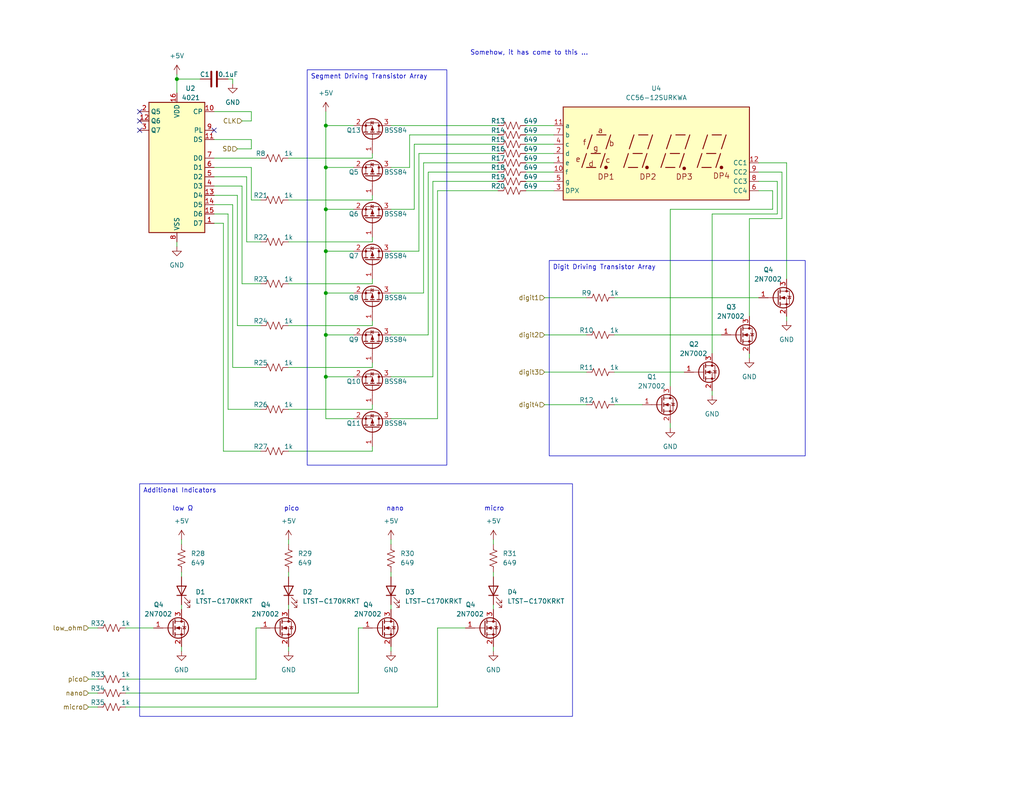
<source format=kicad_sch>
(kicad_sch (version 20230121) (generator eeschema)
  (paper "A")
  (title_block (title "Multimeter Display"))
  (lib_symbols
    (symbol "4xxx:4021"
      (property "Reference" "U" (at -5.08 19.05 0))
      (property "Value" "4021" (at 3.81 19.05 0))
      (symbol "4021_0_1"
        (rectangle (start -7.62 17.78) (end 7.62 -17.78) (stroke (width 0.254)) (fill (type background)))
      )
      (symbol "4021_1_1"
        (pin input line (at -10.16 -15.24 0) (length 2.54) (name "D7") (number "1"))
        (pin input line (at -10.16 15.24 0) (length 2.54) (name "CP") (number "10"))
        (pin input line (at -10.16 7.62 0) (length 2.54) (name "DS") (number "11"))
        (pin output line (at 10.16 12.7 180) (length 2.54) (name "Q6") (number "12"))
        (pin input line (at -10.16 -7.62 0) (length 2.54) (name "D4") (number "13"))
        (pin input line (at -10.16 -10.16 0) (length 2.54) (name "D5") (number "14"))
        (pin input line (at -10.16 -12.7 0) (length 2.54) (name "D6") (number "15"))
        (pin power_in line (at 0 20.32 270) (length 2.54) (name "VDD") (number "16"))
        (pin output line (at 10.16 15.24 180) (length 2.54) (name "Q5") (number "2"))
        (pin output line (at 10.16 10.16 180) (length 2.54) (name "Q7") (number "3"))
        (pin input line (at -10.16 -5.08 0) (length 2.54) (name "D3") (number "4"))
        (pin input line (at -10.16 -2.54 0) (length 2.54) (name "D2") (number "5"))
        (pin input line (at -10.16 0 0) (length 2.54) (name "D1") (number "6"))
        (pin input line (at -10.16 2.54 0) (length 2.54) (name "D0") (number "7"))
        (pin power_in line (at 0 -20.32 90) (length 2.54) (name "VSS") (number "8"))
        (pin input line (at -10.16 10.16 0) (length 2.54) (name "PL") (number "9"))
      )
    )
    (symbol "Device:C" (pin_numbers hide) (pin_names (offset 0.254))
      (property "Reference" "C" (at 0.635 2.54 0))
      (property "Value" "C" (at 0.635 -2.54 0))
      (symbol "C_0_1"
        (polyline (pts (xy -2.032 -0.762) (xy 2.032 -0.762)) (stroke (width 0.508)))
        (polyline (pts (xy -2.032 0.762) (xy 2.032 0.762)) (stroke (width 0.508)))
      )
      (symbol "C_1_1"
        (pin passive line (at 0 3.81 270) (length 2.794) (name "~") (number "1"))
        (pin passive line (at 0 -3.81 90) (length 2.794) (name "~") (number "2"))
      )
    )
    (symbol "Device:LED" (pin_numbers hide) (pin_names (offset 1.016) hide)
      (property "Reference" "D" (at 0 2.54 0))
      (property "Value" "LED" (at 0 -2.54 0))
      (symbol "LED_0_1"
        (polyline (pts (xy -1.27 -1.27) (xy -1.27 1.27)) (stroke (width 0.254)))
        (polyline (pts (xy -1.27 0) (xy 1.27 0)))
        (polyline (pts (xy 1.27 -1.27) (xy 1.27 1.27) (xy -1.27 0) (xy 1.27 -1.27)) (stroke (width 0.254)))
        (polyline (pts (xy -3.048 -0.762) (xy -4.572 -2.286) (xy -3.81 -2.286) (xy -4.572 -2.286) (xy -4.572 -1.524)))
        (polyline (pts (xy -1.778 -0.762) (xy -3.302 -2.286) (xy -2.54 -2.286) (xy -3.302 -2.286) (xy -3.302 -1.524)))
      )
      (symbol "LED_1_1"
        (pin passive line (at -3.81 0 0) (length 2.54) (name "K") (number "1"))
        (pin passive line (at 3.81 0 180) (length 2.54) (name "A") (number "2"))
      )
    )
    (symbol "Device:R_US" (pin_numbers hide) (pin_names (offset 0))
      (property "Reference" "R" (at 2.54 0 90))
      (property "Value" "R_US" (at -2.54 0 90))
      (symbol "R_US_0_1"
        (polyline (pts (xy 0 -2.286) (xy 0 -2.54)))
        (polyline (pts (xy 0 2.286) (xy 0 2.54)))
        (polyline (pts (xy 0 -0.762) (xy 1.016 -1.143) (xy 0 -1.524) (xy -1.016 -1.905) (xy 0 -2.286)))
        (polyline (pts (xy 0 0.762) (xy 1.016 0.381) (xy 0 0) (xy -1.016 -0.381) (xy 0 -0.762)))
        (polyline (pts (xy 0 2.286) (xy 1.016 1.905) (xy 0 1.524) (xy -1.016 1.143) (xy 0 0.762)))
      )
      (symbol "R_US_1_1"
        (pin passive line (at 0 3.81 270) (length 1.27) (name "~") (number "1"))
        (pin passive line (at 0 -3.81 90) (length 1.27) (name "~") (number "2"))
      )
    )
    (symbol "Display_Character:CC56-12SURKWA"
      (property "Reference" "U" (at -24.13 13.97 0))
      (property "Value" "CC56-12SURKWA" (at 16.51 13.97 0))
      (symbol "CC56-12SURKWA_0_0"
        (rectangle (start -25.4 12.7) (end 25.4 -12.7) (stroke (width 0.254)) (fill (type background)))
        (polyline (pts (xy -20.32 -3.81) (xy -19.05 0)) (stroke (width 0.254)))
        (polyline (pts (xy -19.05 -3.81) (xy -16.51 -3.81)) (stroke (width 0.254)))
        (polyline (pts (xy -18.796 1.27) (xy -17.526 5.08)) (stroke (width 0.254)))
        (polyline (pts (xy -17.78 0) (xy -15.24 0)) (stroke (width 0.254)))
        (polyline (pts (xy -16.256 5.08) (xy -13.716 5.08)) (stroke (width 0.254)))
        (polyline (pts (xy -15.24 -3.81) (xy -13.97 0)) (stroke (width 0.254)))
        (polyline (pts (xy -13.716 1.27) (xy -12.446 5.08)) (stroke (width 0.254)))
        (polyline (pts (xy -8.89 -3.81) (xy -7.62 0)) (stroke (width 0.254)))
        (polyline (pts (xy -7.62 -3.81) (xy -5.08 -3.81)) (stroke (width 0.254)))
        (polyline (pts (xy -7.366 1.27) (xy -6.096 5.08)) (stroke (width 0.254)))
        (polyline (pts (xy -6.35 0) (xy -3.81 0)) (stroke (width 0.254)))
        (polyline (pts (xy -4.826 5.08) (xy -2.286 5.08)) (stroke (width 0.254)))
        (polyline (pts (xy -3.81 -3.81) (xy -2.54 0)) (stroke (width 0.254)))
        (polyline (pts (xy -2.286 1.27) (xy -1.016 5.08)) (stroke (width 0.254)))
        (polyline (pts (xy 1.27 -3.81) (xy 2.54 0)) (stroke (width 0.254)))
        (polyline (pts (xy 2.54 -3.81) (xy 5.08 -3.81)) (stroke (width 0.254)))
        (polyline (pts (xy 2.794 1.27) (xy 4.064 5.08)) (stroke (width 0.254)))
        (polyline (pts (xy 3.81 0) (xy 6.35 0)) (stroke (width 0.254)))
        (polyline (pts (xy 5.334 5.08) (xy 7.874 5.08)) (stroke (width 0.254)))
        (polyline (pts (xy 6.35 -3.81) (xy 7.62 0)) (stroke (width 0.254)))
        (polyline (pts (xy 7.874 1.27) (xy 9.144 5.08)) (stroke (width 0.254)))
        (polyline (pts (xy 11.176 -3.81) (xy 12.446 0)) (stroke (width 0.254)))
        (polyline (pts (xy 12.446 -3.81) (xy 14.986 -3.81)) (stroke (width 0.254)))
        (polyline (pts (xy 12.7 1.27) (xy 13.97 5.08)) (stroke (width 0.254)))
        (polyline (pts (xy 13.716 0) (xy 16.256 0)) (stroke (width 0.254)))
        (polyline (pts (xy 15.24 5.08) (xy 17.78 5.08)) (stroke (width 0.254)))
        (polyline (pts (xy 16.256 -3.81) (xy 17.526 0)) (stroke (width 0.254)))
        (polyline (pts (xy 17.78 1.27) (xy 19.05 5.08)) (stroke (width 0.254)))
        (text "a" (at -15.24 6.35 0) (effects (font (size 1.524 1.524))))
        (text "b" (at -12.192 2.794 0) (effects (font (size 1.524 1.524))))
        (text "c" (at -13.208 -1.778 0) (effects (font (size 1.524 1.524))))
        (text "d" (at -17.78 -2.794 0) (effects (font (size 1.524 1.524))))
        (text "DP1" (at -13.716 -6.35 0) (effects (font (size 1.524 1.524))))
        (text "DP2" (at -2.286 -6.35 0) (effects (font (size 1.524 1.524))))
        (text "DP3" (at 7.62 -6.35 0) (effects (font (size 1.524 1.524))))
        (text "DP4" (at 17.78 -6.096 0) (effects (font (size 1.524 1.524))))
        (text "e" (at -21.336 -1.524 0) (effects (font (size 1.524 1.524))))
        (text "f" (at -19.558 3.048 0) (effects (font (size 1.524 1.524))))
        (text "g" (at -16.51 1.524 0) (effects (font (size 1.524 1.524))))
      )
      (symbol "CC56-12SURKWA_0_1"
        (circle (center -13.716 -3.81) (radius 0.3556) (stroke (width 0.254)) (fill (type outline)))
        (circle (center -2.54 -3.81) (radius 0.3556) (stroke (width 0.254)) (fill (type outline)))
      )
      (symbol "CC56-12SURKWA_1_0"
        (circle (center 7.62 -4.064) (radius 0.3556) (stroke (width 0.254)) (fill (type outline)))
        (circle (center 17.78 -3.81) (radius 0.3556) (stroke (width 0.254)) (fill (type outline)))
      )
      (symbol "CC56-12SURKWA_1_1"
        (pin input line (at -27.94 -2.54 0) (length 2.54) (name "e") (number "1"))
        (pin input line (at -27.94 -5.08 0) (length 2.54) (name "f") (number "10"))
        (pin input line (at -27.94 7.62 0) (length 2.54) (name "a") (number "11"))
        (pin input line (at 27.94 -2.54 180) (length 2.54) (name "CC1") (number "12"))
        (pin input line (at -27.94 0 0) (length 2.54) (name "d") (number "2"))
        (pin input line (at -27.94 -10.16 0) (length 2.54) (name "DPX") (number "3"))
        (pin input line (at -27.94 2.54 0) (length 2.54) (name "c") (number "4"))
        (pin input line (at -27.94 -7.62 0) (length 2.54) (name "g") (number "5"))
        (pin input line (at 27.94 -10.16 180) (length 2.54) (name "CC4") (number "6"))
        (pin input line (at -27.94 5.08 0) (length 2.54) (name "b") (number "7"))
        (pin input line (at 27.94 -7.62 180) (length 2.54) (name "CC3") (number "8"))
        (pin input line (at 27.94 -5.08 180) (length 2.54) (name "CC2") (number "9"))
      )
    )
    (symbol "Transistor_FET:2N7002" (pin_names hide)
      (property "Reference" "Q" (at 5.08 1.905 0))
      (property "Value" "2N7002" (at 5.08 0 0))
      (symbol "2N7002_0_1"
        (polyline (pts (xy 0.254 0) (xy -2.54 0)))
        (polyline (pts (xy 0.254 1.905) (xy 0.254 -1.905)) (stroke (width 0.254)))
        (polyline (pts (xy 0.762 -1.27) (xy 0.762 -2.286)) (stroke (width 0.254)))
        (polyline (pts (xy 0.762 0.508) (xy 0.762 -0.508)) (stroke (width 0.254)))
        (polyline (pts (xy 0.762 2.286) (xy 0.762 1.27)) (stroke (width 0.254)))
        (polyline (pts (xy 2.54 2.54) (xy 2.54 1.778)))
        (polyline (pts (xy 2.54 -2.54) (xy 2.54 0) (xy 0.762 0)))
        (polyline (pts (xy 0.762 -1.778) (xy 3.302 -1.778) (xy 3.302 1.778) (xy 0.762 1.778)))
        (polyline (pts (xy 1.016 0) (xy 2.032 0.381) (xy 2.032 -0.381) (xy 1.016 0)) (fill (type outline)))
        (polyline (pts (xy 2.794 0.508) (xy 2.921 0.381) (xy 3.683 0.381) (xy 3.81 0.254)))
        (polyline (pts (xy 3.302 0.381) (xy 2.921 -0.254) (xy 3.683 -0.254) (xy 3.302 0.381)))
        (circle (center 1.651 0) (radius 2.794) (stroke (width 0.254)))
        (circle (center 2.54 -1.778) (radius 0.254) (fill (type outline)))
        (circle (center 2.54 1.778) (radius 0.254) (fill (type outline)))
      )
      (symbol "2N7002_1_1"
        (pin input line (at -5.08 0 0) (length 2.54) (name "G") (number "1"))
        (pin passive line (at 2.54 -5.08 90) (length 2.54) (name "S") (number "2"))
        (pin passive line (at 2.54 5.08 270) (length 2.54) (name "D") (number "3"))
      )
    )
    (symbol "Transistor_FET:BSS84" (pin_names hide)
      (property "Reference" "Q" (at 5.08 1.905 0))
      (property "Value" "BSS84" (at 5.08 0 0))
      (symbol "BSS84_0_1"
        (polyline (pts (xy 0.254 0) (xy -2.54 0)))
        (polyline (pts (xy 0.254 1.905) (xy 0.254 -1.905)) (stroke (width 0.254)))
        (polyline (pts (xy 0.762 -1.27) (xy 0.762 -2.286)) (stroke (width 0.254)))
        (polyline (pts (xy 0.762 0.508) (xy 0.762 -0.508)) (stroke (width 0.254)))
        (polyline (pts (xy 0.762 2.286) (xy 0.762 1.27)) (stroke (width 0.254)))
        (polyline (pts (xy 2.54 2.54) (xy 2.54 1.778)))
        (polyline (pts (xy 2.54 -2.54) (xy 2.54 0) (xy 0.762 0)))
        (polyline (pts (xy 0.762 1.778) (xy 3.302 1.778) (xy 3.302 -1.778) (xy 0.762 -1.778)))
        (polyline (pts (xy 2.286 0) (xy 1.27 0.381) (xy 1.27 -0.381) (xy 2.286 0)) (fill (type outline)))
        (polyline (pts (xy 2.794 -0.508) (xy 2.921 -0.381) (xy 3.683 -0.381) (xy 3.81 -0.254)))
        (polyline (pts (xy 3.302 -0.381) (xy 2.921 0.254) (xy 3.683 0.254) (xy 3.302 -0.381)))
        (circle (center 1.651 0) (radius 2.794) (stroke (width 0.254)))
        (circle (center 2.54 -1.778) (radius 0.254) (fill (type outline)))
        (circle (center 2.54 1.778) (radius 0.254) (fill (type outline)))
      )
      (symbol "BSS84_1_1"
        (pin input line (at -5.08 0 0) (length 2.54) (name "G") (number "1"))
        (pin passive line (at 2.54 -5.08 90) (length 2.54) (name "S") (number "2"))
        (pin passive line (at 2.54 5.08 270) (length 2.54) (name "D") (number "3"))
      )
    )
    (symbol "power:+5V" (power) (pin_names (offset 0))
      (property "Value" "+5V" (at 0 3.556 0))
      (symbol "+5V_0_1"
        (polyline (pts (xy -0.762 1.27) (xy 0 2.54)))
        (polyline (pts (xy 0 0) (xy 0 2.54)))
        (polyline (pts (xy 0 2.54) (xy 0.762 1.27)))
      )
      (symbol "+5V_1_1"
        (pin power_in line (at 0 0 90) (length 0) hide (name "+5V") (number "1"))
      )
    )
    (symbol "power:GND" (power) (pin_names (offset 0))
      (property "Value" "GND" (at 0 -3.81 0))
      (symbol "GND_0_1"
        (polyline (pts (xy 0 0) (xy 0 -1.27) (xy 1.27 -1.27) (xy 0 -2.54) (xy -1.27 -1.27) (xy 0 -1.27)))
      )
      (symbol "GND_1_1"
        (pin power_in line (at 0 0 270) (length 0) hide (name "GND") (number "1"))
      )
    )
  )
  (junction (at 48.26 21.59))
  (junction (at 88.9 91.44))
  (junction (at 88.9 57.15))
  (junction (at 88.9 45.72))
  (junction (at 88.9 102.87))
  (junction (at 88.9 34.29))
  (junction (at 88.9 68.58))
  (junction (at 88.9 80.01))
  (no_connect (at 38.1 33.02))
  (no_connect (at 38.1 35.56))
  (no_connect (at 38.1 30.48))
  (no_connect (at 58.42 35.56))
  (wire (pts (xy 106.68 114.3) (xy 119.38 114.3)))
  (wire (pts (xy 106.68 34.29) (xy 135.89 34.29)))
  (wire (pts (xy 88.9 57.15) (xy 96.52 57.15)))
  (wire (pts (xy 78.74 43.18) (xy 101.6 43.18)))
  (wire (pts (xy 101.6 123.19) (xy 101.6 121.92)))
  (wire (pts (xy 68.58 54.61) (xy 71.12 54.61)))
  (wire (pts (xy 64.77 40.64) (xy 68.58 40.64)))
  (wire (pts (xy 67.31 48.26) (xy 67.31 66.04)))
  (wire (pts (xy 48.26 21.59) (xy 48.26 25.4)))
  (wire (pts (xy 78.74 100.33) (xy 101.6 100.33)))
  (wire (pts (xy 78.74 156.21) (xy 78.74 157.48)))
  (wire (pts (xy 106.68 91.44) (xy 116.84 91.44)))
  (wire (pts (xy 101.6 111.76) (xy 101.6 110.49)))
  (wire (pts (xy 68.58 38.1) (xy 68.58 40.64)))
  (wire (pts (xy 96.52 102.87) (xy 88.9 102.87)))
  (wire (pts (xy 88.9 91.44) (xy 88.9 102.87)))
  (wire (pts (xy 111.76 45.72) (xy 111.76 36.83)))
  (wire (pts (xy 34.29 185.42) (xy 69.85 185.42)))
  (wire (pts (xy 58.42 45.72) (xy 68.58 45.72)))
  (wire (pts (xy 101.6 100.33) (xy 101.6 99.06)))
  (wire (pts (xy 49.53 176.53) (xy 49.53 177.8)))
  (wire (pts (xy 113.03 39.37) (xy 135.89 39.37)))
  (wire (pts (xy 106.68 165.1) (xy 106.68 166.37)))
  (wire (pts (xy 48.26 20.32) (xy 48.26 21.59)))
  (wire (pts (xy 88.9 80.01) (xy 88.9 91.44)))
  (wire (pts (xy 214.63 86.36) (xy 214.63 87.63)))
  (wire (pts (xy 143.51 46.99) (xy 151.13 46.99)))
  (wire (pts (xy 58.42 53.34) (xy 64.77 53.34)))
  (wire (pts (xy 62.23 21.59) (xy 63.5 21.59)))
  (wire (pts (xy 78.74 77.47) (xy 101.6 77.47)))
  (wire (pts (xy 88.9 114.3) (xy 96.52 114.3)))
  (wire (pts (xy 66.04 50.8) (xy 66.04 77.47)))
  (wire (pts (xy 101.6 88.9) (xy 101.6 87.63)))
  (wire (pts (xy 66.04 33.02) (xy 68.58 33.02)))
  (wire (pts (xy 106.68 45.72) (xy 111.76 45.72)))
  (wire (pts (xy 134.62 147.32) (xy 134.62 148.59)))
  (wire (pts (xy 97.79 189.23) (xy 97.79 171.45)))
  (wire (pts (xy 24.13 171.45) (xy 26.67 171.45)))
  (wire (pts (xy 148.59 81.28) (xy 160.02 81.28)))
  (wire (pts (xy 64.77 53.34) (xy 64.77 88.9)))
  (wire (pts (xy 60.96 123.19) (xy 71.12 123.19)))
  (wire (pts (xy 212.09 58.42) (xy 212.09 49.53)))
  (wire (pts (xy 48.26 66.04) (xy 48.26 67.31)))
  (wire (pts (xy 143.51 36.83) (xy 151.13 36.83)))
  (wire (pts (xy 210.82 52.07) (xy 207.01 52.07)))
  (wire (pts (xy 212.09 49.53) (xy 207.01 49.53)))
  (wire (pts (xy 63.5 21.59) (xy 63.5 22.86)))
  (wire (pts (xy 119.38 171.45) (xy 127 171.45)))
  (wire (pts (xy 67.31 66.04) (xy 71.12 66.04)))
  (wire (pts (xy 24.13 193.04) (xy 26.67 193.04)))
  (wire (pts (xy 88.9 45.72) (xy 96.52 45.72)))
  (wire (pts (xy 49.53 165.1) (xy 49.53 166.37)))
  (wire (pts (xy 58.42 58.42) (xy 62.23 58.42)))
  (wire (pts (xy 88.9 34.29) (xy 88.9 45.72)))
  (wire (pts (xy 182.88 105.41) (xy 182.88 57.15)))
  (wire (pts (xy 114.3 41.91) (xy 135.89 41.91)))
  (wire (pts (xy 143.51 49.53) (xy 151.13 49.53)))
  (wire (pts (xy 134.62 165.1) (xy 134.62 166.37)))
  (wire (pts (xy 119.38 193.04) (xy 119.38 171.45)))
  (wire (pts (xy 204.47 96.52) (xy 204.47 97.79)))
  (wire (pts (xy 106.68 80.01) (xy 115.57 80.01)))
  (wire (pts (xy 118.11 49.53) (xy 135.89 49.53)))
  (wire (pts (xy 88.9 102.87) (xy 88.9 114.3)))
  (wire (pts (xy 58.42 38.1) (xy 68.58 38.1)))
  (wire (pts (xy 88.9 45.72) (xy 88.9 57.15)))
  (wire (pts (xy 115.57 44.45) (xy 135.89 44.45)))
  (wire (pts (xy 101.6 43.18) (xy 101.6 41.91)))
  (wire (pts (xy 210.82 57.15) (xy 210.82 52.07)))
  (wire (pts (xy 88.9 57.15) (xy 88.9 68.58)))
  (wire (pts (xy 167.64 101.6) (xy 186.69 101.6)))
  (wire (pts (xy 167.64 110.49) (xy 175.26 110.49)))
  (wire (pts (xy 119.38 114.3) (xy 119.38 52.07)))
  (wire (pts (xy 182.88 115.57) (xy 182.88 116.84)))
  (wire (pts (xy 106.68 102.87) (xy 118.11 102.87)))
  (wire (pts (xy 68.58 45.72) (xy 68.58 54.61)))
  (wire (pts (xy 106.68 147.32) (xy 106.68 148.59)))
  (wire (pts (xy 194.31 58.42) (xy 212.09 58.42)))
  (wire (pts (xy 143.51 39.37) (xy 151.13 39.37)))
  (wire (pts (xy 78.74 111.76) (xy 101.6 111.76)))
  (wire (pts (xy 116.84 46.99) (xy 135.89 46.99)))
  (wire (pts (xy 194.31 96.52) (xy 194.31 58.42)))
  (wire (pts (xy 101.6 53.34) (xy 101.6 54.61)))
  (wire (pts (xy 62.23 58.42) (xy 62.23 111.76)))
  (wire (pts (xy 106.68 68.58) (xy 114.3 68.58)))
  (wire (pts (xy 58.42 43.18) (xy 71.12 43.18)))
  (wire (pts (xy 167.64 91.44) (xy 196.85 91.44)))
  (wire (pts (xy 62.23 111.76) (xy 71.12 111.76)))
  (wire (pts (xy 68.58 30.48) (xy 68.58 33.02)))
  (wire (pts (xy 88.9 30.48) (xy 88.9 34.29)))
  (wire (pts (xy 204.47 86.36) (xy 204.47 59.69)))
  (wire (pts (xy 214.63 44.45) (xy 207.01 44.45)))
  (wire (pts (xy 49.53 147.32) (xy 49.53 148.59)))
  (wire (pts (xy 96.52 80.01) (xy 88.9 80.01)))
  (wire (pts (xy 143.51 41.91) (xy 151.13 41.91)))
  (wire (pts (xy 182.88 57.15) (xy 210.82 57.15)))
  (wire (pts (xy 78.74 54.61) (xy 101.6 54.61)))
  (wire (pts (xy 134.62 156.21) (xy 134.62 157.48)))
  (wire (pts (xy 134.62 176.53) (xy 134.62 177.8)))
  (wire (pts (xy 101.6 66.04) (xy 101.6 64.77)))
  (wire (pts (xy 58.42 48.26) (xy 67.31 48.26)))
  (wire (pts (xy 34.29 193.04) (xy 119.38 193.04)))
  (wire (pts (xy 113.03 57.15) (xy 113.03 39.37)))
  (wire (pts (xy 78.74 165.1) (xy 78.74 166.37)))
  (wire (pts (xy 96.52 91.44) (xy 88.9 91.44)))
  (wire (pts (xy 143.51 44.45) (xy 151.13 44.45)))
  (wire (pts (xy 78.74 66.04) (xy 101.6 66.04)))
  (wire (pts (xy 88.9 68.58) (xy 88.9 80.01)))
  (wire (pts (xy 213.36 59.69) (xy 213.36 46.99)))
  (wire (pts (xy 167.64 81.28) (xy 207.01 81.28)))
  (wire (pts (xy 143.51 34.29) (xy 151.13 34.29)))
  (wire (pts (xy 119.38 52.07) (xy 135.89 52.07)))
  (wire (pts (xy 24.13 189.23) (xy 26.67 189.23)))
  (wire (pts (xy 58.42 50.8) (xy 66.04 50.8)))
  (wire (pts (xy 24.13 185.42) (xy 26.67 185.42)))
  (wire (pts (xy 58.42 30.48) (xy 68.58 30.48)))
  (wire (pts (xy 63.5 100.33) (xy 71.12 100.33)))
  (wire (pts (xy 78.74 88.9) (xy 101.6 88.9)))
  (wire (pts (xy 69.85 171.45) (xy 71.12 171.45)))
  (wire (pts (xy 214.63 44.45) (xy 214.63 76.2)))
  (wire (pts (xy 148.59 101.6) (xy 160.02 101.6)))
  (wire (pts (xy 106.68 57.15) (xy 113.03 57.15)))
  (wire (pts (xy 34.29 171.45) (xy 41.91 171.45)))
  (wire (pts (xy 78.74 147.32) (xy 78.74 148.59)))
  (wire (pts (xy 204.47 59.69) (xy 213.36 59.69)))
  (wire (pts (xy 97.79 171.45) (xy 99.06 171.45)))
  (wire (pts (xy 78.74 176.53) (xy 78.74 177.8)))
  (wire (pts (xy 64.77 88.9) (xy 71.12 88.9)))
  (wire (pts (xy 58.42 60.96) (xy 60.96 60.96)))
  (wire (pts (xy 48.26 21.59) (xy 54.61 21.59)))
  (wire (pts (xy 88.9 34.29) (xy 96.52 34.29)))
  (wire (pts (xy 148.59 91.44) (xy 160.02 91.44)))
  (wire (pts (xy 213.36 46.99) (xy 207.01 46.99)))
  (wire (pts (xy 114.3 68.58) (xy 114.3 41.91)))
  (wire (pts (xy 194.31 106.68) (xy 194.31 107.95)))
  (wire (pts (xy 49.53 156.21) (xy 49.53 157.48)))
  (wire (pts (xy 66.04 77.47) (xy 71.12 77.47)))
  (wire (pts (xy 118.11 102.87) (xy 118.11 49.53)))
  (wire (pts (xy 58.42 55.88) (xy 63.5 55.88)))
  (wire (pts (xy 143.51 52.07) (xy 151.13 52.07)))
  (wire (pts (xy 106.68 156.21) (xy 106.68 157.48)))
  (wire (pts (xy 115.57 80.01) (xy 115.57 44.45)))
  (wire (pts (xy 106.68 176.53) (xy 106.68 177.8)))
  (wire (pts (xy 34.29 189.23) (xy 97.79 189.23)))
  (wire (pts (xy 116.84 91.44) (xy 116.84 46.99)))
  (wire (pts (xy 148.59 110.49) (xy 160.02 110.49)))
  (wire (pts (xy 88.9 68.58) (xy 96.52 68.58)))
  (wire (pts (xy 63.5 55.88) (xy 63.5 100.33)))
  (wire (pts (xy 101.6 77.47) (xy 101.6 76.2)))
  (wire (pts (xy 69.85 185.42) (xy 69.85 171.45)))
  (wire (pts (xy 60.96 60.96) (xy 60.96 123.19)))
  (wire (pts (xy 111.76 36.83) (xy 135.89 36.83)))
  (wire (pts (xy 78.74 123.19) (xy 101.6 123.19)))
  (text_box "Segment Driving Transistor Array" (at 83.82 19.05 0) (size 38.1 107.95) (effects (font (size 1.27 1.27)) (justify left top)))
  (text_box "Digit Driving Transistor Array" (at 149.86 71.12 0) (size 69.85 53.34) (effects (font (size 1.27 1.27)) (justify left top)))
  (text_box "Additional Indicators" (at 38.1 132.08 0) (size 118.11 63.5) (effects (font (size 1.27 1.27)) (justify left top)))
  (text "nano" (at 105.41 139.7 0) (effects (font (size 1.27 1.27)) (justify left bottom)))
  (text "pico" (at 77.47 139.7 0) (effects (font (size 1.27 1.27)) (justify left bottom)))
  (text "Somehow, it has come to this ..." (at 128.27 15.24 0) (effects (font (size 1.27 1.27)) (justify left bottom)))
  (text "low Ω" (at 46.99 139.7 0) (effects (font (size 1.27 1.27)) (justify left bottom)))
  (text "micro" (at 132.08 139.7 0) (effects (font (size 1.27 1.27)) (justify left bottom)))
  (hierarchical_label "digit4" (shape input) (at 148.59 110.49 180))
  (hierarchical_label "low_ohm" (shape input) (at 24.13 171.45 180))
  (hierarchical_label "nano" (shape input) (at 24.13 189.23 180))
  (hierarchical_label "digit2" (shape input) (at 148.59 91.44 180))
  (hierarchical_label "micro" (shape input) (at 24.13 193.04 180))
  (hierarchical_label "SD" (shape input) (at 64.77 40.64 180))
  (hierarchical_label "digit1" (shape input) (at 148.59 81.28 180))
  (hierarchical_label "pico" (shape input) (at 24.13 185.42 180))
  (hierarchical_label "digit3" (shape input) (at 148.59 101.6 180))
  (hierarchical_label "CLK" (shape input) (at 66.04 33.02 180))
  (symbol (lib_id "Device:R_US") (at 139.7 44.45 90) (unit 1)
    (property "Reference" "R17" (at 135.89 43.18 90))
    (property "Value" "649" (at 144.78 43.18 90))
    (property "Footprint" "Resistor_SMD:R_0805_2012Metric_Pad1.20x1.40mm_HandSolder" (effects hide))
    (property "Digikey Part #" "RMCF0805FT649RCT-ND" (effects hide))
    (property "Part #" "RMCF0805FT649R" (effects hide))
    (property "Unit Price" "0.1" (effects hide))
  )
  (symbol (lib_id "Device:R_US") (at 163.83 91.44 90) (unit 1)
    (property "Reference" "R10" (at 160.02 90.17 90))
    (property "Value" "1k" (at 167.64 90.17 90))
    (property "Footprint" "Resistor_SMD:R_0805_2012Metric_Pad1.20x1.40mm_HandSolder" (effects hide))
    (property "Digikey Part #" "RMCF0805FT1K00CT-ND" (effects hide))
    (property "Part #" "RMCF0805FT1K00" (effects hide))
    (property "Unit Price" "0.1" (effects hide))
  )
  (symbol (lib_id "Device:R_US") (at 30.48 189.23 90) (unit 1)
    (property "Reference" "R34" (at 26.67 187.96 90))
    (property "Value" "1k" (at 34.29 187.96 90))
    (property "Footprint" "Resistor_SMD:R_0805_2012Metric_Pad1.20x1.40mm_HandSolder" (effects hide))
    (property "Digikey Part #" "RMCF0805FT1K00CT-ND" (effects hide))
    (property "Part #" "RMCF0805FT1K00" (effects hide))
    (property "Unit Price" "0.1" (effects hide))
  )
  (symbol (lib_id "Transistor_FET:BSS84") (at 101.6 48.26 270) (mirror x) (unit 1)
    (property "Reference" "Q5" (at 96.52 46.99 90))
    (property "Value" "BSS84" (at 107.95 46.99 90))
    (property "Footprint" "Package_TO_SOT_SMD:SOT-23" (effects hide))
    (property "Datasheet" "http://assets.nexperia.com/documents/data-sheet/BSS84.pdf" (effects hide))
    (property "Digikey Part #" "4786-BSS84CT-ND" (effects hide))
    (property "Part #" "BSS84" (effects hide))
    (property "Unit Price" "0.15" (effects hide))
  )
  (symbol (lib_id "power:+5V") (at 49.53 147.32 0) (unit 1)
    (property "Reference" "#PWR041" (effects hide))
    (property "Value" "+5V" (at 49.53 142.24 0))
  )
  (symbol (lib_id "Device:R_US") (at 163.83 110.49 90) (unit 1)
    (property "Reference" "R12" (at 160.02 109.22 90))
    (property "Value" "1k" (at 167.64 109.22 90))
    (property "Footprint" "Resistor_SMD:R_0805_2012Metric_Pad1.20x1.40mm_HandSolder" (effects hide))
    (property "Digikey Part #" "RMCF0805FT1K00CT-ND" (effects hide))
    (property "Part #" "RMCF0805FT1K00" (effects hide))
    (property "Unit Price" "0.1" (effects hide))
  )
  (symbol (lib_id "power:GND") (at 63.5 22.86 0) (unit 1)
    (property "Reference" "#PWR016" (effects hide))
    (property "Value" "GND" (at 63.5 27.94 0))
    (instances (project "Multimeter" (path "" (reference "#PWR016") (unit 1)) (path "" (reference "#PWR06") (unit 1))))
  )
  (symbol (lib_id "power:GND") (at 49.53 177.8 0) (unit 1)
    (property "Reference" "#PWR016" (effects hide))
    (property "Value" "GND" (at 49.53 182.88 0))
    (instances (project "Multimeter" (path "" (reference "#PWR016") (unit 1)) (path "" (reference "#PWR021") (unit 1))))
  )
  (symbol (lib_id "Display_Character:CC56-12SURKWA") (at 179.07 41.91 0) (unit 1)
    (property "Reference" "U4" (at 179.07 24.13 0))
    (property "Value" "CC56-12SURKWA" (at 179.07 26.67 0))
    (property "Footprint" "Display_7Segment:CA56-12SURKWA" (effects hide))
    (property "Datasheet" "http://www.kingbright.com/attachments/file/psearch/000/00/00/CC56-12SURKWA(Ver.7A).pdf" (effects hide))
    (property "Digikey Part #" "754-CC56-12SURKWA-ND" (effects hide))
    (property "Part #" "CC56-12SURKWA" (effects hide))
    (property "Unit Price" "6.38" (effects hide))
  )
  (symbol (lib_id "Transistor_FET:2N7002") (at 46.99 171.45 0) (unit 1)
    (property "Reference" "Q4" (at 41.91 165.1 0) (effects (justify left)))
    (property "Value" "2N7002" (at 39.37 167.64 0) (effects (justify left)))
    (property "Footprint" "Package_TO_SOT_SMD:SOT-23" (effects hide))
    (property "Datasheet" "https://www.onsemi.com/pub/Collateral/NDS7002A-D.PDF" (effects hide))
    (property "Digikey Part #" "2N7002NCT-ND" (effects hide))
    (property "Part #" "2N7002" (effects hide))
    (property "Unit Price" "0.45" (effects hide))
    (instances (project "Multimeter" (path "" (reference "Q4") (unit 1)) (path "" (reference "Q12") (unit 1))))
  )
  (symbol (lib_id "Device:R_US") (at 74.93 111.76 90) (unit 1)
    (property "Reference" "R26" (at 71.12 110.49 90))
    (property "Value" "1k" (at 78.74 110.49 90))
    (property "Footprint" "Resistor_SMD:R_0805_2012Metric_Pad1.20x1.40mm_HandSolder" (effects hide))
    (property "Digikey Part #" "RMCF0805FT1K00CT-ND" (effects hide))
    (property "Part #" "RMCF0805FT1K00" (effects hide))
    (property "Unit Price" "0.1" (effects hide))
  )
  (symbol (lib_id "Transistor_FET:2N7002") (at 212.09 81.28 0) (unit 1)
    (property "Reference" "Q4" (at 208.28 73.66 0) (effects (justify left)))
    (property "Value" "2N7002" (at 205.74 76.2 0) (effects (justify left)))
    (property "Footprint" "Package_TO_SOT_SMD:SOT-23" (effects hide))
    (property "Datasheet" "https://www.onsemi.com/pub/Collateral/NDS7002A-D.PDF" (effects hide))
    (property "Digikey Part #" "2N7002NCT-ND" (effects hide))
    (property "Part #" "2N7002" (effects hide))
    (property "Unit Price" "0.45" (effects hide))
  )
  (symbol (lib_id "Device:LED") (at 49.53 161.29 90) (unit 1)
    (property "Reference" "D1" (at 53.34 161.6075 90) (effects (justify right)))
    (property "Value" "LTST-C170KRKT" (at 53.34 164.1475 90) (effects (justify right)))
    (property "Footprint" "LED_SMD:LED_0805_2012Metric" (effects hide))
    (property "Digikey Part #" "160-1415-1-ND" (effects hide))
    (property "Part #" "LTST-C170KRKT" (effects hide))
    (property "Unit Price" "0.32" (effects hide))
  )
  (symbol (lib_id "Transistor_FET:2N7002") (at 191.77 101.6 0) (unit 1)
    (property "Reference" "Q2" (at 187.96 93.98 0) (effects (justify left)))
    (property "Value" "2N7002" (at 185.42 96.52 0) (effects (justify left)))
    (property "Footprint" "Package_TO_SOT_SMD:SOT-23" (effects hide))
    (property "Datasheet" "https://www.onsemi.com/pub/Collateral/NDS7002A-D.PDF" (effects hide))
    (property "Digikey Part #" "2N7002NCT-ND" (effects hide))
    (property "Part #" "2N7002" (effects hide))
    (property "Unit Price" "0.45" (effects hide))
  )
  (symbol (lib_id "Transistor_FET:BSS84") (at 101.6 93.98 270) (mirror x) (unit 1)
    (property "Reference" "Q9" (at 96.52 92.71 90))
    (property "Value" "BSS84" (at 107.95 92.71 90))
    (property "Footprint" "Package_TO_SOT_SMD:SOT-23" (effects hide))
    (property "Datasheet" "http://assets.nexperia.com/documents/data-sheet/BSS84.pdf" (effects hide))
    (property "Digikey Part #" "4786-BSS84CT-ND" (effects hide))
    (property "Part #" "BSS84" (effects hide))
    (property "Unit Price" "0.15" (effects hide))
  )
  (symbol (lib_id "Transistor_FET:BSS84") (at 101.6 36.83 270) (mirror x) (unit 1)
    (property "Reference" "Q13" (at 96.52 35.56 90))
    (property "Value" "BSS84" (at 107.95 35.56 90))
    (property "Footprint" "Package_TO_SOT_SMD:SOT-23" (effects hide))
    (property "Datasheet" "http://assets.nexperia.com/documents/data-sheet/BSS84.pdf" (effects hide))
    (property "Digikey Part #" "4786-BSS84CT-ND" (effects hide))
    (property "Part #" "BSS84" (effects hide))
    (property "Unit Price" "0.15" (effects hide))
  )
  (symbol (lib_id "Transistor_FET:BSS84") (at 101.6 105.41 270) (mirror x) (unit 1)
    (property "Reference" "Q10" (at 96.52 104.14 90))
    (property "Value" "BSS84" (at 107.95 104.14 90))
    (property "Footprint" "Package_TO_SOT_SMD:SOT-23" (effects hide))
    (property "Datasheet" "http://assets.nexperia.com/documents/data-sheet/BSS84.pdf" (effects hide))
    (property "Digikey Part #" "4786-BSS84CT-ND" (effects hide))
    (property "Part #" "BSS84" (effects hide))
    (property "Unit Price" "0.15" (effects hide))
  )
  (symbol (lib_id "power:+5V") (at 88.9 30.48 0) (unit 1)
    (property "Reference" "#PWR020" (effects hide))
    (property "Value" "+5V" (at 88.9 25.4 0))
  )
  (symbol (lib_id "Transistor_FET:2N7002") (at 104.14 171.45 0) (unit 1)
    (property "Reference" "Q4" (at 99.06 165.1 0) (effects (justify left)))
    (property "Value" "2N7002" (at 96.52 167.64 0) (effects (justify left)))
    (property "Footprint" "Package_TO_SOT_SMD:SOT-23" (effects hide))
    (property "Datasheet" "https://www.onsemi.com/pub/Collateral/NDS7002A-D.PDF" (effects hide))
    (property "Digikey Part #" "2N7002NCT-ND" (effects hide))
    (property "Part #" "2N7002" (effects hide))
    (property "Unit Price" "0.45" (effects hide))
    (instances (project "Multimeter" (path "" (reference "Q4") (unit 1)) (path "" (reference "Q15") (unit 1))))
  )
  (symbol (lib_id "Device:R_US") (at 106.68 152.4 0) (unit 1)
    (property "Reference" "R30" (at 109.22 151.13 0) (effects (justify left)))
    (property "Value" "649" (at 109.22 153.67 0) (effects (justify left)))
    (property "Footprint" "Resistor_SMD:R_0805_2012Metric_Pad1.20x1.40mm_HandSolder" (effects hide))
    (property "Digikey Part #" "RMCF0805FT649RCT-ND" (effects hide))
    (property "Part #" "RMCF0805FT649R" (effects hide))
    (property "Unit Price" "0.1" (effects hide))
  )
  (symbol (lib_id "Device:R_US") (at 30.48 171.45 90) (unit 1)
    (property "Reference" "R32" (at 26.67 170.18 90))
    (property "Value" "1k" (at 34.29 170.18 90))
    (property "Footprint" "Resistor_SMD:R_0805_2012Metric_Pad1.20x1.40mm_HandSolder" (effects hide))
    (property "Digikey Part #" "RMCF0805FT1K00CT-ND" (effects hide))
    (property "Part #" "RMCF0805FT1K00" (effects hide))
    (property "Unit Price" "0.1" (effects hide))
  )
  (symbol (lib_id "Device:R_US") (at 139.7 46.99 90) (unit 1)
    (property "Reference" "R18" (at 135.89 45.72 90))
    (property "Value" "649" (at 144.78 45.72 90))
    (property "Footprint" "Resistor_SMD:R_0805_2012Metric_Pad1.20x1.40mm_HandSolder" (effects hide))
    (property "Digikey Part #" "RMCF0805FT649RCT-ND" (effects hide))
    (property "Part #" "RMCF0805FT649R" (effects hide))
    (property "Unit Price" "0.1" (effects hide))
  )
  (symbol (lib_id "Device:R_US") (at 74.93 100.33 90) (unit 1)
    (property "Reference" "R25" (at 71.12 99.06 90))
    (property "Value" "1k" (at 78.74 99.06 90))
    (property "Footprint" "Resistor_SMD:R_0805_2012Metric_Pad1.20x1.40mm_HandSolder" (effects hide))
    (property "Digikey Part #" "RMCF0805FT1K00CT-ND" (effects hide))
    (property "Part #" "RMCF0805FT1K00" (effects hide))
    (property "Unit Price" "0.1" (effects hide))
  )
  (symbol (lib_id "Device:LED") (at 106.68 161.29 90) (unit 1)
    (property "Reference" "D3" (at 110.49 161.6075 90) (effects (justify right)))
    (property "Value" "LTST-C170KRKT" (at 110.49 164.1475 90) (effects (justify right)))
    (property "Footprint" "LED_SMD:LED_0805_2012Metric" (effects hide))
    (property "Digikey Part #" "160-1415-1-ND" (effects hide))
    (property "Part #" "LTST-C170KRKT" (effects hide))
    (property "Unit Price" "0.32" (effects hide))
  )
  (symbol (lib_id "power:+5V") (at 78.74 147.32 0) (unit 1)
    (property "Reference" "#PWR025" (effects hide))
    (property "Value" "+5V" (at 78.74 142.24 0))
  )
  (symbol (lib_id "4xxx:4021") (at 48.26 45.72 0) (mirror y) (unit 1)
    (property "Reference" "U2" (at 53.34 24.13 0) (effects (justify left)))
    (property "Value" "4021" (at 54.61 26.67 0) (effects (justify left)))
    (property "Footprint" "Package_SO:SOIC-16_3.9x9.9mm_P1.27mm" (effects hide))
    (property "Datasheet" "https://assets.nexperia.com/documents/data-sheet/HEF4021B.pdf" (effects hide))
    (property "Digikey Part #" "296-38905-1-ND" (effects hide))
    (property "Part #" "CD4021BM96" (effects hide))
    (property "Unit Price" "0.54" (effects hide))
  )
  (symbol (lib_id "power:GND") (at 182.88 116.84 0) (unit 1)
    (property "Reference" "#PWR016" (effects hide))
    (property "Value" "GND" (at 182.88 121.92 0))
  )
  (symbol (lib_id "Device:C") (at 58.42 21.59 90) (unit 1)
    (property "Reference" "C1" (at 55.88 20.32 90))
    (property "Value" "0.1uF" (at 62.23 20.32 90))
    (property "Footprint" "Capacitor_SMD:C_0805_2012Metric" (effects hide))
    (property "Digikey Part #" "1276-1003-1-ND" (effects hide))
    (property "Part #" "CL21B104KBCNNNC" (effects hide))
    (property "Unit Price" "0.1" (effects hide))
  )
  (symbol (lib_id "power:GND") (at 214.63 87.63 0) (unit 1)
    (property "Reference" "#PWR019" (effects hide))
    (property "Value" "GND" (at 214.63 92.71 0))
  )
  (symbol (lib_id "power:GND") (at 134.62 177.8 0) (unit 1)
    (property "Reference" "#PWR016" (effects hide))
    (property "Value" "GND" (at 134.62 182.88 0))
    (instances (project "Multimeter" (path "" (reference "#PWR016") (unit 1)) (path "" (reference "#PWR024") (unit 1))))
  )
  (symbol (lib_id "Device:R_US") (at 74.93 54.61 90) (unit 1)
    (property "Reference" "R21" (at 71.12 53.34 90))
    (property "Value" "1k" (at 78.74 53.34 90))
    (property "Footprint" "Resistor_SMD:R_0805_2012Metric_Pad1.20x1.40mm_HandSolder" (effects hide))
    (property "Digikey Part #" "RMCF0805FT1K00CT-ND" (effects hide))
    (property "Part #" "RMCF0805FT1K00" (effects hide))
    (property "Unit Price" "0.1" (effects hide))
  )
  (symbol (lib_id "Device:R_US") (at 78.74 152.4 0) (unit 1)
    (property "Reference" "R29" (at 81.28 151.13 0) (effects (justify left)))
    (property "Value" "649" (at 81.28 153.67 0) (effects (justify left)))
    (property "Footprint" "Resistor_SMD:R_0805_2012Metric_Pad1.20x1.40mm_HandSolder" (effects hide))
    (property "Digikey Part #" "RMCF0805FT649RCT-ND" (effects hide))
    (property "Part #" "RMCF0805FT649R" (effects hide))
    (property "Unit Price" "0.1" (effects hide))
  )
  (symbol (lib_id "power:+5V") (at 48.26 20.32 0) (unit 1)
    (property "Reference" "#PWR02" (effects hide))
    (property "Value" "+5V" (at 48.26 15.24 0))
  )
  (symbol (lib_id "Device:R_US") (at 139.7 52.07 90) (unit 1)
    (property "Reference" "R20" (at 135.89 50.8 90))
    (property "Value" "649" (at 144.78 50.8 90))
    (property "Footprint" "Resistor_SMD:R_0805_2012Metric_Pad1.20x1.40mm_HandSolder" (effects hide))
    (property "Digikey Part #" "RMCF0805FT649RCT-ND" (effects hide))
    (property "Part #" "RMCF0805FT649R" (effects hide))
    (property "Unit Price" "0.1" (effects hide))
  )
  (symbol (lib_id "power:GND") (at 78.74 177.8 0) (unit 1)
    (property "Reference" "#PWR016" (effects hide))
    (property "Value" "GND" (at 78.74 182.88 0))
    (instances (project "Multimeter" (path "" (reference "#PWR016") (unit 1)) (path "" (reference "#PWR022") (unit 1))))
  )
  (symbol (lib_id "Device:R_US") (at 139.7 34.29 90) (unit 1)
    (property "Reference" "R13" (at 135.89 33.02 90))
    (property "Value" "649" (at 144.78 33.02 90))
    (property "Footprint" "Resistor_SMD:R_0805_2012Metric_Pad1.20x1.40mm_HandSolder" (effects hide))
    (property "Digikey Part #" "RMCF0805FT649RCT-ND" (effects hide))
    (property "Part #" "RMCF0805FT649R" (effects hide))
    (property "Unit Price" "0.1" (effects hide))
  )
  (symbol (lib_id "power:+5V") (at 134.62 147.32 0) (unit 1)
    (property "Reference" "#PWR027" (effects hide))
    (property "Value" "+5V" (at 134.62 142.24 0))
  )
  (symbol (lib_id "Device:R_US") (at 74.93 66.04 90) (unit 1)
    (property "Reference" "R22" (at 71.12 64.77 90))
    (property "Value" "1k" (at 78.74 64.77 90))
    (property "Footprint" "Resistor_SMD:R_0805_2012Metric_Pad1.20x1.40mm_HandSolder" (effects hide))
    (property "Digikey Part #" "RMCF0805FT1K00CT-ND" (effects hide))
    (property "Part #" "RMCF0805FT1K00" (effects hide))
    (property "Unit Price" "0.1" (effects hide))
  )
  (symbol (lib_id "Device:R_US") (at 139.7 41.91 90) (unit 1)
    (property "Reference" "R16" (at 135.89 40.64 90))
    (property "Value" "649" (at 144.78 40.64 90))
    (property "Footprint" "Resistor_SMD:R_0805_2012Metric_Pad1.20x1.40mm_HandSolder" (effects hide))
    (property "Digikey Part #" "RMCF0805FT649RCT-ND" (effects hide))
    (property "Part #" "RMCF0805FT649R" (effects hide))
    (property "Unit Price" "0.1" (effects hide))
  )
  (symbol (lib_id "Device:R_US") (at 49.53 152.4 0) (unit 1)
    (property "Reference" "R28" (at 52.07 151.13 0) (effects (justify left)))
    (property "Value" "649" (at 52.07 153.67 0) (effects (justify left)))
    (property "Footprint" "Resistor_SMD:R_0805_2012Metric_Pad1.20x1.40mm_HandSolder" (effects hide))
    (property "Digikey Part #" "RMCF0805FT649RCT-ND" (effects hide))
    (property "Part #" "RMCF0805FT649R" (effects hide))
    (property "Unit Price" "0.1" (effects hide))
  )
  (symbol (lib_id "Device:R_US") (at 74.93 43.18 90) (unit 1)
    (property "Reference" "R8" (at 71.12 41.91 90))
    (property "Value" "1k" (at 78.74 41.91 90))
    (property "Footprint" "Resistor_SMD:R_0805_2012Metric_Pad1.20x1.40mm_HandSolder" (effects hide))
    (property "Digikey Part #" "RMCF0805FT1K00CT-ND" (effects hide))
    (property "Part #" "RMCF0805FT1K00" (effects hide))
    (property "Unit Price" "0.1" (effects hide))
  )
  (symbol (lib_id "Transistor_FET:BSS84") (at 101.6 82.55 270) (mirror x) (unit 1)
    (property "Reference" "Q8" (at 96.52 81.28 90))
    (property "Value" "BSS84" (at 107.95 81.28 90))
    (property "Footprint" "Package_TO_SOT_SMD:SOT-23" (effects hide))
    (property "Datasheet" "http://assets.nexperia.com/documents/data-sheet/BSS84.pdf" (effects hide))
    (property "Digikey Part #" "4786-BSS84CT-ND" (effects hide))
    (property "Part #" "BSS84" (effects hide))
    (property "Unit Price" "0.15" (effects hide))
  )
  (symbol (lib_id "Transistor_FET:BSS84") (at 101.6 116.84 270) (mirror x) (unit 1)
    (property "Reference" "Q11" (at 96.52 115.57 90))
    (property "Value" "BSS84" (at 107.95 115.57 90))
    (property "Footprint" "Package_TO_SOT_SMD:SOT-23" (effects hide))
    (property "Datasheet" "http://assets.nexperia.com/documents/data-sheet/BSS84.pdf" (effects hide))
    (property "Digikey Part #" "4786-BSS84CT-ND" (effects hide))
    (property "Part #" "BSS84" (effects hide))
    (property "Unit Price" "0.15" (effects hide))
  )
  (symbol (lib_id "Device:R_US") (at 139.7 49.53 90) (unit 1)
    (property "Reference" "R19" (at 135.89 48.26 90))
    (property "Value" "649" (at 144.78 48.26 90))
    (property "Footprint" "Resistor_SMD:R_0805_2012Metric_Pad1.20x1.40mm_HandSolder" (effects hide))
    (property "Digikey Part #" "RMCF0805FT649RCT-ND" (effects hide))
    (property "Part #" "RMCF0805FT649R" (effects hide))
    (property "Unit Price" "0.1" (effects hide))
  )
  (symbol (lib_id "Transistor_FET:2N7002") (at 180.34 110.49 0) (unit 1)
    (property "Reference" "Q1" (at 176.53 102.87 0) (effects (justify left)))
    (property "Value" "2N7002" (at 173.99 105.41 0) (effects (justify left)))
    (property "Footprint" "Package_TO_SOT_SMD:SOT-23" (effects hide))
    (property "Datasheet" "https://www.onsemi.com/pub/Collateral/NDS7002A-D.PDF" (effects hide))
    (property "Digikey Part #" "2N7002NCT-ND" (effects hide))
    (property "Part #" "2N7002" (effects hide))
    (property "Unit Price" "0.45" (effects hide))
  )
  (symbol (lib_id "Device:R_US") (at 139.7 36.83 90) (unit 1)
    (property "Reference" "R14" (at 135.89 35.56 90))
    (property "Value" "649" (at 144.78 35.56 90))
    (property "Footprint" "Resistor_SMD:R_0805_2012Metric_Pad1.20x1.40mm_HandSolder" (effects hide))
    (property "Digikey Part #" "RMCF0805FT649RCT-ND" (effects hide))
    (property "Part #" "RMCF0805FT649R" (effects hide))
    (property "Unit Price" "0.1" (effects hide))
  )
  (symbol (lib_id "Transistor_FET:2N7002") (at 132.08 171.45 0) (unit 1)
    (property "Reference" "Q4" (at 127 165.1 0) (effects (justify left)))
    (property "Value" "2N7002" (at 124.46 167.64 0) (effects (justify left)))
    (property "Footprint" "Package_TO_SOT_SMD:SOT-23" (effects hide))
    (property "Datasheet" "https://www.onsemi.com/pub/Collateral/NDS7002A-D.PDF" (effects hide))
    (property "Digikey Part #" "2N7002NCT-ND" (effects hide))
    (property "Part #" "2N7002" (effects hide))
    (property "Unit Price" "0.45" (effects hide))
    (instances (project "Multimeter" (path "" (reference "Q4") (unit 1)) (path "" (reference "Q16") (unit 1))))
  )
  (symbol (lib_id "power:GND") (at 204.47 97.79 0) (unit 1)
    (property "Reference" "#PWR018" (effects hide))
    (property "Value" "GND" (at 204.47 102.87 0))
  )
  (symbol (lib_id "power:GND") (at 48.26 67.31 0) (unit 1)
    (property "Reference" "#PWR016" (effects hide))
    (property "Value" "GND" (at 48.26 72.39 0))
    (instances (project "Multimeter" (path "" (reference "#PWR016") (unit 1)) (path "" (reference "#PWR01") (unit 1))))
  )
  (symbol (lib_id "power:GND") (at 194.31 107.95 0) (unit 1)
    (property "Reference" "#PWR017" (effects hide))
    (property "Value" "GND" (at 194.31 113.03 0))
  )
  (symbol (lib_id "Device:R_US") (at 163.83 81.28 90) (unit 1)
    (property "Reference" "R9" (at 160.02 80.01 90))
    (property "Value" "1k" (at 167.64 80.01 90))
    (property "Footprint" "Resistor_SMD:R_0805_2012Metric_Pad1.20x1.40mm_HandSolder" (effects hide))
    (property "Digikey Part #" "RMCF0805FT1K00CT-ND" (effects hide))
    (property "Part #" "RMCF0805FT1K00" (effects hide))
    (property "Unit Price" "0.1" (effects hide))
  )
  (symbol (lib_id "Transistor_FET:2N7002") (at 201.93 91.44 0) (unit 1)
    (property "Reference" "Q3" (at 198.12 83.82 0) (effects (justify left)))
    (property "Value" "2N7002" (at 195.58 86.36 0) (effects (justify left)))
    (property "Footprint" "Package_TO_SOT_SMD:SOT-23" (effects hide))
    (property "Datasheet" "https://www.onsemi.com/pub/Collateral/NDS7002A-D.PDF" (effects hide))
    (property "Digikey Part #" "2N7002NCT-ND" (effects hide))
    (property "Part #" "2N7002" (effects hide))
    (property "Unit Price" "0.45" (effects hide))
  )
  (symbol (lib_id "Device:R_US") (at 74.93 88.9 90) (unit 1)
    (property "Reference" "R24" (at 71.12 87.63 90))
    (property "Value" "1k" (at 78.74 87.63 90))
    (property "Footprint" "Resistor_SMD:R_0805_2012Metric_Pad1.20x1.40mm_HandSolder" (effects hide))
    (property "Digikey Part #" "RMCF0805FT1K00CT-ND" (effects hide))
    (property "Part #" "RMCF0805FT1K00" (effects hide))
    (property "Unit Price" "0.1" (effects hide))
  )
  (symbol (lib_id "Device:R_US") (at 30.48 185.42 90) (unit 1)
    (property "Reference" "R33" (at 26.67 184.15 90))
    (property "Value" "1k" (at 34.29 184.15 90))
    (property "Footprint" "Resistor_SMD:R_0805_2012Metric_Pad1.20x1.40mm_HandSolder" (effects hide))
    (property "Digikey Part #" "RMCF0805FT1K00CT-ND" (effects hide))
    (property "Part #" "RMCF0805FT1K00" (effects hide))
    (property "Unit Price" "0.1" (effects hide))
  )
  (symbol (lib_id "power:+5V") (at 106.68 147.32 0) (unit 1)
    (property "Reference" "#PWR026" (effects hide))
    (property "Value" "+5V" (at 106.68 142.24 0))
  )
  (symbol (lib_id "Device:R_US") (at 163.83 101.6 90) (unit 1)
    (property "Reference" "R11" (at 160.02 100.33 90))
    (property "Value" "1k" (at 167.64 100.33 90))
    (property "Footprint" "Resistor_SMD:R_0805_2012Metric_Pad1.20x1.40mm_HandSolder" (effects hide))
    (property "Digikey Part #" "RMCF0805FT1K00CT-ND" (effects hide))
    (property "Part #" "RMCF0805FT1K00" (effects hide))
    (property "Unit Price" "0.1" (effects hide))
  )
  (symbol (lib_id "power:GND") (at 106.68 177.8 0) (unit 1)
    (property "Reference" "#PWR016" (effects hide))
    (property "Value" "GND" (at 106.68 182.88 0))
    (instances (project "Multimeter" (path "" (reference "#PWR016") (unit 1)) (path "" (reference "#PWR023") (unit 1))))
  )
  (symbol (lib_id "Device:R_US") (at 74.93 77.47 90) (unit 1)
    (property "Reference" "R23" (at 71.12 76.2 90))
    (property "Value" "1k" (at 78.74 76.2 90))
    (property "Footprint" "Resistor_SMD:R_0805_2012Metric_Pad1.20x1.40mm_HandSolder" (effects hide))
    (property "Digikey Part #" "RMCF0805FT1K00CT-ND" (effects hide))
    (property "Part #" "RMCF0805FT1K00" (effects hide))
    (property "Unit Price" "0.1" (effects hide))
  )
  (symbol (lib_id "Device:R_US") (at 139.7 39.37 90) (unit 1)
    (property "Reference" "R15" (at 135.89 38.1 90))
    (property "Value" "649" (at 144.78 38.1 90))
    (property "Footprint" "Resistor_SMD:R_0805_2012Metric_Pad1.20x1.40mm_HandSolder" (effects hide))
    (property "Digikey Part #" "RMCF0805FT649RCT-ND" (effects hide))
    (property "Part #" "RMCF0805FT649R" (effects hide))
    (property "Unit Price" "0.1" (effects hide))
  )
  (symbol (lib_id "Transistor_FET:2N7002") (at 76.2 171.45 0) (unit 1)
    (property "Reference" "Q4" (at 71.12 165.1 0) (effects (justify left)))
    (property "Value" "2N7002" (at 68.58 167.64 0) (effects (justify left)))
    (property "Footprint" "Package_TO_SOT_SMD:SOT-23" (effects hide))
    (property "Datasheet" "https://www.onsemi.com/pub/Collateral/NDS7002A-D.PDF" (effects hide))
    (property "Digikey Part #" "2N7002NCT-ND" (effects hide))
    (property "Part #" "2N7002" (effects hide))
    (property "Unit Price" "0.45" (effects hide))
    (instances (project "Multimeter" (path "" (reference "Q4") (unit 1)) (path "" (reference "Q14") (unit 1))))
  )
  (symbol (lib_id "Transistor_FET:BSS84") (at 101.6 71.12 270) (mirror x) (unit 1)
    (property "Reference" "Q7" (at 96.52 69.85 90))
    (property "Value" "BSS84" (at 107.95 69.85 90))
    (property "Footprint" "Package_TO_SOT_SMD:SOT-23" (effects hide))
    (property "Datasheet" "http://assets.nexperia.com/documents/data-sheet/BSS84.pdf" (effects hide))
    (property "Digikey Part #" "4786-BSS84CT-ND" (effects hide))
    (property "Part #" "BSS84" (effects hide))
    (property "Unit Price" "0.15" (effects hide))
  )
  (symbol (lib_id "Device:R_US") (at 74.93 123.19 90) (unit 1)
    (property "Reference" "R27" (at 71.12 121.92 90))
    (property "Value" "1k" (at 78.74 121.92 90))
    (property "Footprint" "Resistor_SMD:R_0805_2012Metric_Pad1.20x1.40mm_HandSolder" (effects hide))
    (property "Digikey Part #" "RMCF0805FT1K00CT-ND" (effects hide))
    (property "Part #" "RMCF0805FT1K00" (effects hide))
    (property "Unit Price" "0.1" (effects hide))
  )
  (symbol (lib_id "Transistor_FET:BSS84") (at 101.6 59.69 270) (mirror x) (unit 1)
    (property "Reference" "Q6" (at 96.52 58.42 90))
    (property "Value" "BSS84" (at 107.95 58.42 90))
    (property "Footprint" "Package_TO_SOT_SMD:SOT-23" (effects hide))
    (property "Datasheet" "http://assets.nexperia.com/documents/data-sheet/BSS84.pdf" (effects hide))
    (property "Digikey Part #" "4786-BSS84CT-ND" (effects hide))
    (property "Part #" "BSS84" (effects hide))
    (property "Unit Price" "0.15" (effects hide))
  )
  (symbol (lib_id "Device:LED") (at 134.62 161.29 90) (unit 1)
    (property "Reference" "D4" (at 138.43 161.6075 90) (effects (justify right)))
    (property "Value" "LTST-C170KRKT" (at 138.43 164.1475 90) (effects (justify right)))
    (property "Footprint" "LED_SMD:LED_0805_2012Metric" (effects hide))
    (property "Digikey Part #" "160-1415-1-ND" (effects hide))
    (property "Part #" "LTST-C170KRKT" (effects hide))
    (property "Unit Price" "0.32" (effects hide))
  )
  (symbol (lib_id "Device:LED") (at 78.74 161.29 90) (unit 1)
    (property "Reference" "D2" (at 82.55 161.6075 90) (effects (justify right)))
    (property "Value" "LTST-C170KRKT" (at 82.55 164.1475 90) (effects (justify right)))
    (property "Footprint" "LED_SMD:LED_0805_2012Metric" (effects hide))
    (property "Digikey Part #" "160-1415-1-ND" (effects hide))
    (property "Part #" "LTST-C170KRKT" (effects hide))
    (property "Unit Price" "0.32" (effects hide))
  )
  (symbol (lib_id "Device:R_US") (at 134.62 152.4 0) (unit 1)
    (property "Reference" "R31" (at 137.16 151.13 0) (effects (justify left)))
    (property "Value" "649" (at 137.16 153.67 0) (effects (justify left)))
    (property "Footprint" "Resistor_SMD:R_0805_2012Metric_Pad1.20x1.40mm_HandSolder" (effects hide))
    (property "Digikey Part #" "RMCF0805FT649RCT-ND" (effects hide))
    (property "Part #" "RMCF0805FT649R" (effects hide))
    (property "Unit Price" "0.1" (effects hide))
  )
  (symbol (lib_id "Device:R_US") (at 30.48 193.04 90) (unit 1)
    (property "Reference" "R35" (at 26.67 191.77 90))
    (property "Value" "1k" (at 34.29 191.77 90))
    (property "Footprint" "Resistor_SMD:R_0805_2012Metric_Pad1.20x1.40mm_HandSolder" (effects hide))
    (property "Digikey Part #" "RMCF0805FT1K00CT-ND" (effects hide))
    (property "Part #" "RMCF0805FT1K00" (effects hide))
    (property "Unit Price" "0.1" (effects hide))
  )
)
</source>
